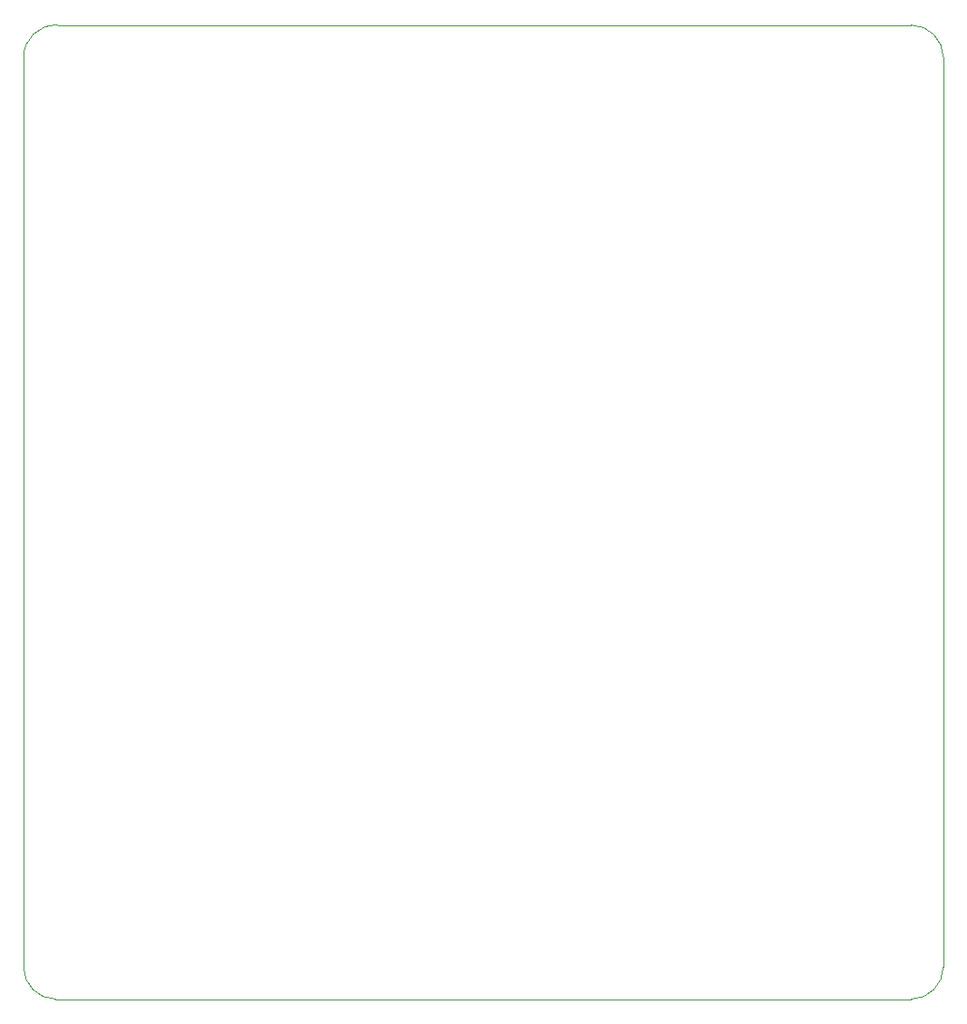
<source format=gbr>
G04 #@! TF.GenerationSoftware,KiCad,Pcbnew,7.0.8*
G04 #@! TF.CreationDate,2023-11-27T13:48:01+01:00*
G04 #@! TF.ProjectId,ESP32-POE-Wiegand-Relay-REV-A,45535033-322d-4504-9f45-2d5769656761,rev?*
G04 #@! TF.SameCoordinates,Original*
G04 #@! TF.FileFunction,Profile,NP*
%FSLAX46Y46*%
G04 Gerber Fmt 4.6, Leading zero omitted, Abs format (unit mm)*
G04 Created by KiCad (PCBNEW 7.0.8) date 2023-11-27 13:48:01*
%MOMM*%
%LPD*%
G01*
G04 APERTURE LIST*
G04 #@! TA.AperFunction,Profile*
%ADD10C,0.100000*%
G04 #@! TD*
G04 APERTURE END LIST*
D10*
X182206521Y-21005447D02*
X262000000Y-21000000D01*
X179000000Y-109000000D02*
X179000000Y-24100000D01*
X262000000Y-112000000D02*
X182000000Y-112000000D01*
X265000000Y-24000000D02*
X265000000Y-109000000D01*
X265000000Y-24000000D02*
G75*
G03*
X262000000Y-21000000I-3000000J0D01*
G01*
X262000000Y-112000000D02*
G75*
G03*
X265000000Y-109000000I0J3000000D01*
G01*
X179000000Y-109000000D02*
G75*
G03*
X182000000Y-112000000I3000000J0D01*
G01*
X182206521Y-21005447D02*
G75*
G03*
X179000000Y-24100000I-206521J-2994553D01*
G01*
M02*

</source>
